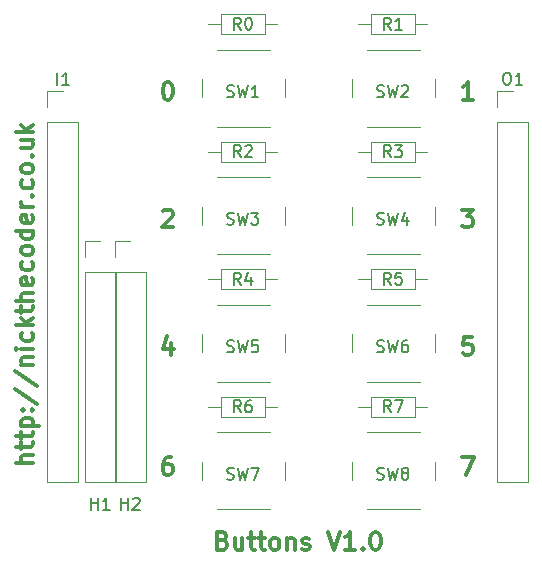
<source format=gbr>
G04 #@! TF.FileFunction,Legend,Top*
%FSLAX46Y46*%
G04 Gerber Fmt 4.6, Leading zero omitted, Abs format (unit mm)*
G04 Created by KiCad (PCBNEW 4.0.7+dfsg1-1~bpo9+1) date Mon Apr  2 19:59:58 2018*
%MOMM*%
%LPD*%
G01*
G04 APERTURE LIST*
%ADD10C,0.100000*%
%ADD11C,0.300000*%
%ADD12C,0.120000*%
%ADD13C,0.150000*%
G04 APERTURE END LIST*
D10*
D11*
X163965001Y-121733571D02*
X164965001Y-121733571D01*
X164322144Y-123233571D01*
X139350715Y-121733571D02*
X139065001Y-121733571D01*
X138922144Y-121805000D01*
X138850715Y-121876429D01*
X138707858Y-122090714D01*
X138636429Y-122376429D01*
X138636429Y-122947857D01*
X138707858Y-123090714D01*
X138779286Y-123162143D01*
X138922144Y-123233571D01*
X139207858Y-123233571D01*
X139350715Y-123162143D01*
X139422144Y-123090714D01*
X139493572Y-122947857D01*
X139493572Y-122590714D01*
X139422144Y-122447857D01*
X139350715Y-122376429D01*
X139207858Y-122305000D01*
X138922144Y-122305000D01*
X138779286Y-122376429D01*
X138707858Y-122447857D01*
X138636429Y-122590714D01*
X164822144Y-111573571D02*
X164107858Y-111573571D01*
X164036429Y-112287857D01*
X164107858Y-112216429D01*
X164250715Y-112145000D01*
X164607858Y-112145000D01*
X164750715Y-112216429D01*
X164822144Y-112287857D01*
X164893572Y-112430714D01*
X164893572Y-112787857D01*
X164822144Y-112930714D01*
X164750715Y-113002143D01*
X164607858Y-113073571D01*
X164250715Y-113073571D01*
X164107858Y-113002143D01*
X164036429Y-112930714D01*
X139350715Y-112073571D02*
X139350715Y-113073571D01*
X138993572Y-111502143D02*
X138636429Y-112573571D01*
X139565001Y-112573571D01*
X163965001Y-100778571D02*
X164893572Y-100778571D01*
X164393572Y-101350000D01*
X164607858Y-101350000D01*
X164750715Y-101421429D01*
X164822144Y-101492857D01*
X164893572Y-101635714D01*
X164893572Y-101992857D01*
X164822144Y-102135714D01*
X164750715Y-102207143D01*
X164607858Y-102278571D01*
X164179286Y-102278571D01*
X164036429Y-102207143D01*
X163965001Y-102135714D01*
X138636429Y-100921429D02*
X138707858Y-100850000D01*
X138850715Y-100778571D01*
X139207858Y-100778571D01*
X139350715Y-100850000D01*
X139422144Y-100921429D01*
X139493572Y-101064286D01*
X139493572Y-101207143D01*
X139422144Y-101421429D01*
X138565001Y-102278571D01*
X139493572Y-102278571D01*
X164893572Y-91483571D02*
X164036429Y-91483571D01*
X164465001Y-91483571D02*
X164465001Y-89983571D01*
X164322144Y-90197857D01*
X164179286Y-90340714D01*
X164036429Y-90412143D01*
X138993572Y-89983571D02*
X139136429Y-89983571D01*
X139279286Y-90055000D01*
X139350715Y-90126429D01*
X139422144Y-90269286D01*
X139493572Y-90555000D01*
X139493572Y-90912143D01*
X139422144Y-91197857D01*
X139350715Y-91340714D01*
X139279286Y-91412143D01*
X139136429Y-91483571D01*
X138993572Y-91483571D01*
X138850715Y-91412143D01*
X138779286Y-91340714D01*
X138707858Y-91197857D01*
X138636429Y-90912143D01*
X138636429Y-90555000D01*
X138707858Y-90269286D01*
X138779286Y-90126429D01*
X138850715Y-90055000D01*
X138993572Y-89983571D01*
X127678571Y-122200001D02*
X126178571Y-122200001D01*
X127678571Y-121557144D02*
X126892857Y-121557144D01*
X126750000Y-121628573D01*
X126678571Y-121771430D01*
X126678571Y-121985715D01*
X126750000Y-122128573D01*
X126821429Y-122200001D01*
X126678571Y-121057144D02*
X126678571Y-120485715D01*
X126178571Y-120842858D02*
X127464286Y-120842858D01*
X127607143Y-120771430D01*
X127678571Y-120628572D01*
X127678571Y-120485715D01*
X126678571Y-120200001D02*
X126678571Y-119628572D01*
X126178571Y-119985715D02*
X127464286Y-119985715D01*
X127607143Y-119914287D01*
X127678571Y-119771429D01*
X127678571Y-119628572D01*
X126678571Y-119128572D02*
X128178571Y-119128572D01*
X126750000Y-119128572D02*
X126678571Y-118985715D01*
X126678571Y-118700001D01*
X126750000Y-118557144D01*
X126821429Y-118485715D01*
X126964286Y-118414286D01*
X127392857Y-118414286D01*
X127535714Y-118485715D01*
X127607143Y-118557144D01*
X127678571Y-118700001D01*
X127678571Y-118985715D01*
X127607143Y-119128572D01*
X127535714Y-117771429D02*
X127607143Y-117700001D01*
X127678571Y-117771429D01*
X127607143Y-117842858D01*
X127535714Y-117771429D01*
X127678571Y-117771429D01*
X126750000Y-117771429D02*
X126821429Y-117700001D01*
X126892857Y-117771429D01*
X126821429Y-117842858D01*
X126750000Y-117771429D01*
X126892857Y-117771429D01*
X126107143Y-115985715D02*
X128035714Y-117271429D01*
X126107143Y-114414286D02*
X128035714Y-115700000D01*
X126678571Y-113914285D02*
X127678571Y-113914285D01*
X126821429Y-113914285D02*
X126750000Y-113842857D01*
X126678571Y-113699999D01*
X126678571Y-113485714D01*
X126750000Y-113342857D01*
X126892857Y-113271428D01*
X127678571Y-113271428D01*
X127678571Y-112557142D02*
X126678571Y-112557142D01*
X126178571Y-112557142D02*
X126250000Y-112628571D01*
X126321429Y-112557142D01*
X126250000Y-112485714D01*
X126178571Y-112557142D01*
X126321429Y-112557142D01*
X127607143Y-111199999D02*
X127678571Y-111342856D01*
X127678571Y-111628570D01*
X127607143Y-111771428D01*
X127535714Y-111842856D01*
X127392857Y-111914285D01*
X126964286Y-111914285D01*
X126821429Y-111842856D01*
X126750000Y-111771428D01*
X126678571Y-111628570D01*
X126678571Y-111342856D01*
X126750000Y-111199999D01*
X127678571Y-110557142D02*
X126178571Y-110557142D01*
X127107143Y-110414285D02*
X127678571Y-109985714D01*
X126678571Y-109985714D02*
X127250000Y-110557142D01*
X126678571Y-109557142D02*
X126678571Y-108985713D01*
X126178571Y-109342856D02*
X127464286Y-109342856D01*
X127607143Y-109271428D01*
X127678571Y-109128570D01*
X127678571Y-108985713D01*
X127678571Y-108485713D02*
X126178571Y-108485713D01*
X127678571Y-107842856D02*
X126892857Y-107842856D01*
X126750000Y-107914285D01*
X126678571Y-108057142D01*
X126678571Y-108271427D01*
X126750000Y-108414285D01*
X126821429Y-108485713D01*
X127607143Y-106557142D02*
X127678571Y-106699999D01*
X127678571Y-106985713D01*
X127607143Y-107128570D01*
X127464286Y-107199999D01*
X126892857Y-107199999D01*
X126750000Y-107128570D01*
X126678571Y-106985713D01*
X126678571Y-106699999D01*
X126750000Y-106557142D01*
X126892857Y-106485713D01*
X127035714Y-106485713D01*
X127178571Y-107199999D01*
X127607143Y-105199999D02*
X127678571Y-105342856D01*
X127678571Y-105628570D01*
X127607143Y-105771428D01*
X127535714Y-105842856D01*
X127392857Y-105914285D01*
X126964286Y-105914285D01*
X126821429Y-105842856D01*
X126750000Y-105771428D01*
X126678571Y-105628570D01*
X126678571Y-105342856D01*
X126750000Y-105199999D01*
X127678571Y-104342856D02*
X127607143Y-104485714D01*
X127535714Y-104557142D01*
X127392857Y-104628571D01*
X126964286Y-104628571D01*
X126821429Y-104557142D01*
X126750000Y-104485714D01*
X126678571Y-104342856D01*
X126678571Y-104128571D01*
X126750000Y-103985714D01*
X126821429Y-103914285D01*
X126964286Y-103842856D01*
X127392857Y-103842856D01*
X127535714Y-103914285D01*
X127607143Y-103985714D01*
X127678571Y-104128571D01*
X127678571Y-104342856D01*
X127678571Y-102557142D02*
X126178571Y-102557142D01*
X127607143Y-102557142D02*
X127678571Y-102699999D01*
X127678571Y-102985713D01*
X127607143Y-103128571D01*
X127535714Y-103199999D01*
X127392857Y-103271428D01*
X126964286Y-103271428D01*
X126821429Y-103199999D01*
X126750000Y-103128571D01*
X126678571Y-102985713D01*
X126678571Y-102699999D01*
X126750000Y-102557142D01*
X127607143Y-101271428D02*
X127678571Y-101414285D01*
X127678571Y-101699999D01*
X127607143Y-101842856D01*
X127464286Y-101914285D01*
X126892857Y-101914285D01*
X126750000Y-101842856D01*
X126678571Y-101699999D01*
X126678571Y-101414285D01*
X126750000Y-101271428D01*
X126892857Y-101199999D01*
X127035714Y-101199999D01*
X127178571Y-101914285D01*
X127678571Y-100557142D02*
X126678571Y-100557142D01*
X126964286Y-100557142D02*
X126821429Y-100485714D01*
X126750000Y-100414285D01*
X126678571Y-100271428D01*
X126678571Y-100128571D01*
X127535714Y-99628571D02*
X127607143Y-99557143D01*
X127678571Y-99628571D01*
X127607143Y-99700000D01*
X127535714Y-99628571D01*
X127678571Y-99628571D01*
X127607143Y-98271428D02*
X127678571Y-98414285D01*
X127678571Y-98699999D01*
X127607143Y-98842857D01*
X127535714Y-98914285D01*
X127392857Y-98985714D01*
X126964286Y-98985714D01*
X126821429Y-98914285D01*
X126750000Y-98842857D01*
X126678571Y-98699999D01*
X126678571Y-98414285D01*
X126750000Y-98271428D01*
X127678571Y-97414285D02*
X127607143Y-97557143D01*
X127535714Y-97628571D01*
X127392857Y-97700000D01*
X126964286Y-97700000D01*
X126821429Y-97628571D01*
X126750000Y-97557143D01*
X126678571Y-97414285D01*
X126678571Y-97200000D01*
X126750000Y-97057143D01*
X126821429Y-96985714D01*
X126964286Y-96914285D01*
X127392857Y-96914285D01*
X127535714Y-96985714D01*
X127607143Y-97057143D01*
X127678571Y-97200000D01*
X127678571Y-97414285D01*
X127535714Y-96271428D02*
X127607143Y-96200000D01*
X127678571Y-96271428D01*
X127607143Y-96342857D01*
X127535714Y-96271428D01*
X127678571Y-96271428D01*
X126678571Y-94914285D02*
X127678571Y-94914285D01*
X126678571Y-95557142D02*
X127464286Y-95557142D01*
X127607143Y-95485714D01*
X127678571Y-95342856D01*
X127678571Y-95128571D01*
X127607143Y-94985714D01*
X127535714Y-94914285D01*
X127678571Y-94199999D02*
X126178571Y-94199999D01*
X127107143Y-94057142D02*
X127678571Y-93628571D01*
X126678571Y-93628571D02*
X127250000Y-94199999D01*
X143732143Y-128797857D02*
X143946429Y-128869286D01*
X144017857Y-128940714D01*
X144089286Y-129083571D01*
X144089286Y-129297857D01*
X144017857Y-129440714D01*
X143946429Y-129512143D01*
X143803571Y-129583571D01*
X143232143Y-129583571D01*
X143232143Y-128083571D01*
X143732143Y-128083571D01*
X143875000Y-128155000D01*
X143946429Y-128226429D01*
X144017857Y-128369286D01*
X144017857Y-128512143D01*
X143946429Y-128655000D01*
X143875000Y-128726429D01*
X143732143Y-128797857D01*
X143232143Y-128797857D01*
X145375000Y-128583571D02*
X145375000Y-129583571D01*
X144732143Y-128583571D02*
X144732143Y-129369286D01*
X144803571Y-129512143D01*
X144946429Y-129583571D01*
X145160714Y-129583571D01*
X145303571Y-129512143D01*
X145375000Y-129440714D01*
X145875000Y-128583571D02*
X146446429Y-128583571D01*
X146089286Y-128083571D02*
X146089286Y-129369286D01*
X146160714Y-129512143D01*
X146303572Y-129583571D01*
X146446429Y-129583571D01*
X146732143Y-128583571D02*
X147303572Y-128583571D01*
X146946429Y-128083571D02*
X146946429Y-129369286D01*
X147017857Y-129512143D01*
X147160715Y-129583571D01*
X147303572Y-129583571D01*
X148017858Y-129583571D02*
X147875000Y-129512143D01*
X147803572Y-129440714D01*
X147732143Y-129297857D01*
X147732143Y-128869286D01*
X147803572Y-128726429D01*
X147875000Y-128655000D01*
X148017858Y-128583571D01*
X148232143Y-128583571D01*
X148375000Y-128655000D01*
X148446429Y-128726429D01*
X148517858Y-128869286D01*
X148517858Y-129297857D01*
X148446429Y-129440714D01*
X148375000Y-129512143D01*
X148232143Y-129583571D01*
X148017858Y-129583571D01*
X149160715Y-128583571D02*
X149160715Y-129583571D01*
X149160715Y-128726429D02*
X149232143Y-128655000D01*
X149375001Y-128583571D01*
X149589286Y-128583571D01*
X149732143Y-128655000D01*
X149803572Y-128797857D01*
X149803572Y-129583571D01*
X150446429Y-129512143D02*
X150589286Y-129583571D01*
X150875001Y-129583571D01*
X151017858Y-129512143D01*
X151089286Y-129369286D01*
X151089286Y-129297857D01*
X151017858Y-129155000D01*
X150875001Y-129083571D01*
X150660715Y-129083571D01*
X150517858Y-129012143D01*
X150446429Y-128869286D01*
X150446429Y-128797857D01*
X150517858Y-128655000D01*
X150660715Y-128583571D01*
X150875001Y-128583571D01*
X151017858Y-128655000D01*
X152660715Y-128083571D02*
X153160715Y-129583571D01*
X153660715Y-128083571D01*
X154946429Y-129583571D02*
X154089286Y-129583571D01*
X154517858Y-129583571D02*
X154517858Y-128083571D01*
X154375001Y-128297857D01*
X154232143Y-128440714D01*
X154089286Y-128512143D01*
X155589286Y-129440714D02*
X155660714Y-129512143D01*
X155589286Y-129583571D01*
X155517857Y-129512143D01*
X155589286Y-129440714D01*
X155589286Y-129583571D01*
X156589286Y-128083571D02*
X156732143Y-128083571D01*
X156875000Y-128155000D01*
X156946429Y-128226429D01*
X157017858Y-128369286D01*
X157089286Y-128655000D01*
X157089286Y-129012143D01*
X157017858Y-129297857D01*
X156946429Y-129440714D01*
X156875000Y-129512143D01*
X156732143Y-129583571D01*
X156589286Y-129583571D01*
X156446429Y-129512143D01*
X156375000Y-129440714D01*
X156303572Y-129297857D01*
X156232143Y-129012143D01*
X156232143Y-128655000D01*
X156303572Y-128369286D01*
X156375000Y-128226429D01*
X156446429Y-128155000D01*
X156589286Y-128083571D01*
D12*
X166945000Y-93345000D02*
X166945000Y-123885000D01*
X166945000Y-123885000D02*
X169605000Y-123885000D01*
X169605000Y-123885000D02*
X169605000Y-93345000D01*
X169605000Y-93345000D02*
X166945000Y-93345000D01*
X166945000Y-92075000D02*
X166945000Y-90745000D01*
X166945000Y-90745000D02*
X168275000Y-90745000D01*
X128845000Y-123885000D02*
X131505000Y-123885000D01*
X128845000Y-93345000D02*
X128845000Y-123885000D01*
X131505000Y-93345000D02*
X131505000Y-123885000D01*
X128845000Y-93345000D02*
X131505000Y-93345000D01*
X128845000Y-92075000D02*
X128845000Y-90745000D01*
X128845000Y-90745000D02*
X130175000Y-90745000D01*
X132020000Y-123885000D02*
X134680000Y-123885000D01*
X132020000Y-106045000D02*
X132020000Y-123885000D01*
X134680000Y-106045000D02*
X134680000Y-123885000D01*
X132020000Y-106045000D02*
X134680000Y-106045000D01*
X132020000Y-104775000D02*
X132020000Y-103445000D01*
X132020000Y-103445000D02*
X133350000Y-103445000D01*
X134560000Y-123885000D02*
X137220000Y-123885000D01*
X134560000Y-106045000D02*
X134560000Y-123885000D01*
X137220000Y-106045000D02*
X137220000Y-123885000D01*
X134560000Y-106045000D02*
X137220000Y-106045000D01*
X134560000Y-104775000D02*
X134560000Y-103445000D01*
X134560000Y-103445000D02*
X135890000Y-103445000D01*
X147275000Y-85950000D02*
X147275000Y-84230000D01*
X147275000Y-84230000D02*
X143555000Y-84230000D01*
X143555000Y-84230000D02*
X143555000Y-85950000D01*
X143555000Y-85950000D02*
X147275000Y-85950000D01*
X148345000Y-85090000D02*
X147275000Y-85090000D01*
X142485000Y-85090000D02*
X143555000Y-85090000D01*
X156255000Y-84230000D02*
X156255000Y-85950000D01*
X156255000Y-85950000D02*
X159975000Y-85950000D01*
X159975000Y-85950000D02*
X159975000Y-84230000D01*
X159975000Y-84230000D02*
X156255000Y-84230000D01*
X155185000Y-85090000D02*
X156255000Y-85090000D01*
X161045000Y-85090000D02*
X159975000Y-85090000D01*
X147275000Y-96745000D02*
X147275000Y-95025000D01*
X147275000Y-95025000D02*
X143555000Y-95025000D01*
X143555000Y-95025000D02*
X143555000Y-96745000D01*
X143555000Y-96745000D02*
X147275000Y-96745000D01*
X148345000Y-95885000D02*
X147275000Y-95885000D01*
X142485000Y-95885000D02*
X143555000Y-95885000D01*
X156255000Y-95025000D02*
X156255000Y-96745000D01*
X156255000Y-96745000D02*
X159975000Y-96745000D01*
X159975000Y-96745000D02*
X159975000Y-95025000D01*
X159975000Y-95025000D02*
X156255000Y-95025000D01*
X155185000Y-95885000D02*
X156255000Y-95885000D01*
X161045000Y-95885000D02*
X159975000Y-95885000D01*
X147275000Y-107540000D02*
X147275000Y-105820000D01*
X147275000Y-105820000D02*
X143555000Y-105820000D01*
X143555000Y-105820000D02*
X143555000Y-107540000D01*
X143555000Y-107540000D02*
X147275000Y-107540000D01*
X148345000Y-106680000D02*
X147275000Y-106680000D01*
X142485000Y-106680000D02*
X143555000Y-106680000D01*
X156255000Y-105820000D02*
X156255000Y-107540000D01*
X156255000Y-107540000D02*
X159975000Y-107540000D01*
X159975000Y-107540000D02*
X159975000Y-105820000D01*
X159975000Y-105820000D02*
X156255000Y-105820000D01*
X155185000Y-106680000D02*
X156255000Y-106680000D01*
X161045000Y-106680000D02*
X159975000Y-106680000D01*
X147275000Y-118335000D02*
X147275000Y-116615000D01*
X147275000Y-116615000D02*
X143555000Y-116615000D01*
X143555000Y-116615000D02*
X143555000Y-118335000D01*
X143555000Y-118335000D02*
X147275000Y-118335000D01*
X148345000Y-117475000D02*
X147275000Y-117475000D01*
X142485000Y-117475000D02*
X143555000Y-117475000D01*
X156255000Y-116615000D02*
X156255000Y-118335000D01*
X156255000Y-118335000D02*
X159975000Y-118335000D01*
X159975000Y-118335000D02*
X159975000Y-116615000D01*
X159975000Y-116615000D02*
X156255000Y-116615000D01*
X155185000Y-117475000D02*
X156255000Y-117475000D01*
X161045000Y-117475000D02*
X159975000Y-117475000D01*
X143240000Y-93765000D02*
X147740000Y-93765000D01*
X141990000Y-89765000D02*
X141990000Y-91265000D01*
X147740000Y-87265000D02*
X143240000Y-87265000D01*
X148990000Y-91265000D02*
X148990000Y-89765000D01*
X155940000Y-93765000D02*
X160440000Y-93765000D01*
X154690000Y-89765000D02*
X154690000Y-91265000D01*
X160440000Y-87265000D02*
X155940000Y-87265000D01*
X161690000Y-91265000D02*
X161690000Y-89765000D01*
X143240000Y-104560000D02*
X147740000Y-104560000D01*
X141990000Y-100560000D02*
X141990000Y-102060000D01*
X147740000Y-98060000D02*
X143240000Y-98060000D01*
X148990000Y-102060000D02*
X148990000Y-100560000D01*
X155940000Y-104560000D02*
X160440000Y-104560000D01*
X154690000Y-100560000D02*
X154690000Y-102060000D01*
X160440000Y-98060000D02*
X155940000Y-98060000D01*
X161690000Y-102060000D02*
X161690000Y-100560000D01*
X143240000Y-115355000D02*
X147740000Y-115355000D01*
X141990000Y-111355000D02*
X141990000Y-112855000D01*
X147740000Y-108855000D02*
X143240000Y-108855000D01*
X148990000Y-112855000D02*
X148990000Y-111355000D01*
X155940000Y-115355000D02*
X160440000Y-115355000D01*
X154690000Y-111355000D02*
X154690000Y-112855000D01*
X160440000Y-108855000D02*
X155940000Y-108855000D01*
X161690000Y-112855000D02*
X161690000Y-111355000D01*
X143240000Y-126150000D02*
X147740000Y-126150000D01*
X141990000Y-122150000D02*
X141990000Y-123650000D01*
X147740000Y-119650000D02*
X143240000Y-119650000D01*
X148990000Y-123650000D02*
X148990000Y-122150000D01*
X155940000Y-126150000D02*
X160440000Y-126150000D01*
X154690000Y-122150000D02*
X154690000Y-123650000D01*
X160440000Y-119650000D02*
X155940000Y-119650000D01*
X161690000Y-123650000D02*
X161690000Y-122150000D01*
D13*
X167703571Y-89197381D02*
X167894048Y-89197381D01*
X167989286Y-89245000D01*
X168084524Y-89340238D01*
X168132143Y-89530714D01*
X168132143Y-89864048D01*
X168084524Y-90054524D01*
X167989286Y-90149762D01*
X167894048Y-90197381D01*
X167703571Y-90197381D01*
X167608333Y-90149762D01*
X167513095Y-90054524D01*
X167465476Y-89864048D01*
X167465476Y-89530714D01*
X167513095Y-89340238D01*
X167608333Y-89245000D01*
X167703571Y-89197381D01*
X169084524Y-90197381D02*
X168513095Y-90197381D01*
X168798809Y-90197381D02*
X168798809Y-89197381D01*
X168703571Y-89340238D01*
X168608333Y-89435476D01*
X168513095Y-89483095D01*
X129698810Y-90197381D02*
X129698810Y-89197381D01*
X130698810Y-90197381D02*
X130127381Y-90197381D01*
X130413095Y-90197381D02*
X130413095Y-89197381D01*
X130317857Y-89340238D01*
X130222619Y-89435476D01*
X130127381Y-89483095D01*
X132588095Y-126182381D02*
X132588095Y-125182381D01*
X132588095Y-125658571D02*
X133159524Y-125658571D01*
X133159524Y-126182381D02*
X133159524Y-125182381D01*
X134159524Y-126182381D02*
X133588095Y-126182381D01*
X133873809Y-126182381D02*
X133873809Y-125182381D01*
X133778571Y-125325238D01*
X133683333Y-125420476D01*
X133588095Y-125468095D01*
X135128095Y-126182381D02*
X135128095Y-125182381D01*
X135128095Y-125658571D02*
X135699524Y-125658571D01*
X135699524Y-126182381D02*
X135699524Y-125182381D01*
X136128095Y-125277619D02*
X136175714Y-125230000D01*
X136270952Y-125182381D01*
X136509048Y-125182381D01*
X136604286Y-125230000D01*
X136651905Y-125277619D01*
X136699524Y-125372857D01*
X136699524Y-125468095D01*
X136651905Y-125610952D01*
X136080476Y-126182381D01*
X136699524Y-126182381D01*
X145248334Y-85542381D02*
X144915000Y-85066190D01*
X144676905Y-85542381D02*
X144676905Y-84542381D01*
X145057858Y-84542381D01*
X145153096Y-84590000D01*
X145200715Y-84637619D01*
X145248334Y-84732857D01*
X145248334Y-84875714D01*
X145200715Y-84970952D01*
X145153096Y-85018571D01*
X145057858Y-85066190D01*
X144676905Y-85066190D01*
X145867381Y-84542381D02*
X145962620Y-84542381D01*
X146057858Y-84590000D01*
X146105477Y-84637619D01*
X146153096Y-84732857D01*
X146200715Y-84923333D01*
X146200715Y-85161429D01*
X146153096Y-85351905D01*
X146105477Y-85447143D01*
X146057858Y-85494762D01*
X145962620Y-85542381D01*
X145867381Y-85542381D01*
X145772143Y-85494762D01*
X145724524Y-85447143D01*
X145676905Y-85351905D01*
X145629286Y-85161429D01*
X145629286Y-84923333D01*
X145676905Y-84732857D01*
X145724524Y-84637619D01*
X145772143Y-84590000D01*
X145867381Y-84542381D01*
X157948334Y-85542381D02*
X157615000Y-85066190D01*
X157376905Y-85542381D02*
X157376905Y-84542381D01*
X157757858Y-84542381D01*
X157853096Y-84590000D01*
X157900715Y-84637619D01*
X157948334Y-84732857D01*
X157948334Y-84875714D01*
X157900715Y-84970952D01*
X157853096Y-85018571D01*
X157757858Y-85066190D01*
X157376905Y-85066190D01*
X158900715Y-85542381D02*
X158329286Y-85542381D01*
X158615000Y-85542381D02*
X158615000Y-84542381D01*
X158519762Y-84685238D01*
X158424524Y-84780476D01*
X158329286Y-84828095D01*
X145248334Y-96337381D02*
X144915000Y-95861190D01*
X144676905Y-96337381D02*
X144676905Y-95337381D01*
X145057858Y-95337381D01*
X145153096Y-95385000D01*
X145200715Y-95432619D01*
X145248334Y-95527857D01*
X145248334Y-95670714D01*
X145200715Y-95765952D01*
X145153096Y-95813571D01*
X145057858Y-95861190D01*
X144676905Y-95861190D01*
X145629286Y-95432619D02*
X145676905Y-95385000D01*
X145772143Y-95337381D01*
X146010239Y-95337381D01*
X146105477Y-95385000D01*
X146153096Y-95432619D01*
X146200715Y-95527857D01*
X146200715Y-95623095D01*
X146153096Y-95765952D01*
X145581667Y-96337381D01*
X146200715Y-96337381D01*
X157948334Y-96337381D02*
X157615000Y-95861190D01*
X157376905Y-96337381D02*
X157376905Y-95337381D01*
X157757858Y-95337381D01*
X157853096Y-95385000D01*
X157900715Y-95432619D01*
X157948334Y-95527857D01*
X157948334Y-95670714D01*
X157900715Y-95765952D01*
X157853096Y-95813571D01*
X157757858Y-95861190D01*
X157376905Y-95861190D01*
X158281667Y-95337381D02*
X158900715Y-95337381D01*
X158567381Y-95718333D01*
X158710239Y-95718333D01*
X158805477Y-95765952D01*
X158853096Y-95813571D01*
X158900715Y-95908810D01*
X158900715Y-96146905D01*
X158853096Y-96242143D01*
X158805477Y-96289762D01*
X158710239Y-96337381D01*
X158424524Y-96337381D01*
X158329286Y-96289762D01*
X158281667Y-96242143D01*
X145248334Y-107132381D02*
X144915000Y-106656190D01*
X144676905Y-107132381D02*
X144676905Y-106132381D01*
X145057858Y-106132381D01*
X145153096Y-106180000D01*
X145200715Y-106227619D01*
X145248334Y-106322857D01*
X145248334Y-106465714D01*
X145200715Y-106560952D01*
X145153096Y-106608571D01*
X145057858Y-106656190D01*
X144676905Y-106656190D01*
X146105477Y-106465714D02*
X146105477Y-107132381D01*
X145867381Y-106084762D02*
X145629286Y-106799048D01*
X146248334Y-106799048D01*
X157948334Y-107132381D02*
X157615000Y-106656190D01*
X157376905Y-107132381D02*
X157376905Y-106132381D01*
X157757858Y-106132381D01*
X157853096Y-106180000D01*
X157900715Y-106227619D01*
X157948334Y-106322857D01*
X157948334Y-106465714D01*
X157900715Y-106560952D01*
X157853096Y-106608571D01*
X157757858Y-106656190D01*
X157376905Y-106656190D01*
X158853096Y-106132381D02*
X158376905Y-106132381D01*
X158329286Y-106608571D01*
X158376905Y-106560952D01*
X158472143Y-106513333D01*
X158710239Y-106513333D01*
X158805477Y-106560952D01*
X158853096Y-106608571D01*
X158900715Y-106703810D01*
X158900715Y-106941905D01*
X158853096Y-107037143D01*
X158805477Y-107084762D01*
X158710239Y-107132381D01*
X158472143Y-107132381D01*
X158376905Y-107084762D01*
X158329286Y-107037143D01*
X145248334Y-117927381D02*
X144915000Y-117451190D01*
X144676905Y-117927381D02*
X144676905Y-116927381D01*
X145057858Y-116927381D01*
X145153096Y-116975000D01*
X145200715Y-117022619D01*
X145248334Y-117117857D01*
X145248334Y-117260714D01*
X145200715Y-117355952D01*
X145153096Y-117403571D01*
X145057858Y-117451190D01*
X144676905Y-117451190D01*
X146105477Y-116927381D02*
X145915000Y-116927381D01*
X145819762Y-116975000D01*
X145772143Y-117022619D01*
X145676905Y-117165476D01*
X145629286Y-117355952D01*
X145629286Y-117736905D01*
X145676905Y-117832143D01*
X145724524Y-117879762D01*
X145819762Y-117927381D01*
X146010239Y-117927381D01*
X146105477Y-117879762D01*
X146153096Y-117832143D01*
X146200715Y-117736905D01*
X146200715Y-117498810D01*
X146153096Y-117403571D01*
X146105477Y-117355952D01*
X146010239Y-117308333D01*
X145819762Y-117308333D01*
X145724524Y-117355952D01*
X145676905Y-117403571D01*
X145629286Y-117498810D01*
X157948334Y-117927381D02*
X157615000Y-117451190D01*
X157376905Y-117927381D02*
X157376905Y-116927381D01*
X157757858Y-116927381D01*
X157853096Y-116975000D01*
X157900715Y-117022619D01*
X157948334Y-117117857D01*
X157948334Y-117260714D01*
X157900715Y-117355952D01*
X157853096Y-117403571D01*
X157757858Y-117451190D01*
X157376905Y-117451190D01*
X158281667Y-116927381D02*
X158948334Y-116927381D01*
X158519762Y-117927381D01*
X144081667Y-91209762D02*
X144224524Y-91257381D01*
X144462620Y-91257381D01*
X144557858Y-91209762D01*
X144605477Y-91162143D01*
X144653096Y-91066905D01*
X144653096Y-90971667D01*
X144605477Y-90876429D01*
X144557858Y-90828810D01*
X144462620Y-90781190D01*
X144272143Y-90733571D01*
X144176905Y-90685952D01*
X144129286Y-90638333D01*
X144081667Y-90543095D01*
X144081667Y-90447857D01*
X144129286Y-90352619D01*
X144176905Y-90305000D01*
X144272143Y-90257381D01*
X144510239Y-90257381D01*
X144653096Y-90305000D01*
X144986429Y-90257381D02*
X145224524Y-91257381D01*
X145415001Y-90543095D01*
X145605477Y-91257381D01*
X145843572Y-90257381D01*
X146748334Y-91257381D02*
X146176905Y-91257381D01*
X146462619Y-91257381D02*
X146462619Y-90257381D01*
X146367381Y-90400238D01*
X146272143Y-90495476D01*
X146176905Y-90543095D01*
X156781667Y-91209762D02*
X156924524Y-91257381D01*
X157162620Y-91257381D01*
X157257858Y-91209762D01*
X157305477Y-91162143D01*
X157353096Y-91066905D01*
X157353096Y-90971667D01*
X157305477Y-90876429D01*
X157257858Y-90828810D01*
X157162620Y-90781190D01*
X156972143Y-90733571D01*
X156876905Y-90685952D01*
X156829286Y-90638333D01*
X156781667Y-90543095D01*
X156781667Y-90447857D01*
X156829286Y-90352619D01*
X156876905Y-90305000D01*
X156972143Y-90257381D01*
X157210239Y-90257381D01*
X157353096Y-90305000D01*
X157686429Y-90257381D02*
X157924524Y-91257381D01*
X158115001Y-90543095D01*
X158305477Y-91257381D01*
X158543572Y-90257381D01*
X158876905Y-90352619D02*
X158924524Y-90305000D01*
X159019762Y-90257381D01*
X159257858Y-90257381D01*
X159353096Y-90305000D01*
X159400715Y-90352619D01*
X159448334Y-90447857D01*
X159448334Y-90543095D01*
X159400715Y-90685952D01*
X158829286Y-91257381D01*
X159448334Y-91257381D01*
X144081667Y-102004762D02*
X144224524Y-102052381D01*
X144462620Y-102052381D01*
X144557858Y-102004762D01*
X144605477Y-101957143D01*
X144653096Y-101861905D01*
X144653096Y-101766667D01*
X144605477Y-101671429D01*
X144557858Y-101623810D01*
X144462620Y-101576190D01*
X144272143Y-101528571D01*
X144176905Y-101480952D01*
X144129286Y-101433333D01*
X144081667Y-101338095D01*
X144081667Y-101242857D01*
X144129286Y-101147619D01*
X144176905Y-101100000D01*
X144272143Y-101052381D01*
X144510239Y-101052381D01*
X144653096Y-101100000D01*
X144986429Y-101052381D02*
X145224524Y-102052381D01*
X145415001Y-101338095D01*
X145605477Y-102052381D01*
X145843572Y-101052381D01*
X146129286Y-101052381D02*
X146748334Y-101052381D01*
X146415000Y-101433333D01*
X146557858Y-101433333D01*
X146653096Y-101480952D01*
X146700715Y-101528571D01*
X146748334Y-101623810D01*
X146748334Y-101861905D01*
X146700715Y-101957143D01*
X146653096Y-102004762D01*
X146557858Y-102052381D01*
X146272143Y-102052381D01*
X146176905Y-102004762D01*
X146129286Y-101957143D01*
X156781667Y-102004762D02*
X156924524Y-102052381D01*
X157162620Y-102052381D01*
X157257858Y-102004762D01*
X157305477Y-101957143D01*
X157353096Y-101861905D01*
X157353096Y-101766667D01*
X157305477Y-101671429D01*
X157257858Y-101623810D01*
X157162620Y-101576190D01*
X156972143Y-101528571D01*
X156876905Y-101480952D01*
X156829286Y-101433333D01*
X156781667Y-101338095D01*
X156781667Y-101242857D01*
X156829286Y-101147619D01*
X156876905Y-101100000D01*
X156972143Y-101052381D01*
X157210239Y-101052381D01*
X157353096Y-101100000D01*
X157686429Y-101052381D02*
X157924524Y-102052381D01*
X158115001Y-101338095D01*
X158305477Y-102052381D01*
X158543572Y-101052381D01*
X159353096Y-101385714D02*
X159353096Y-102052381D01*
X159115000Y-101004762D02*
X158876905Y-101719048D01*
X159495953Y-101719048D01*
X144081667Y-112799762D02*
X144224524Y-112847381D01*
X144462620Y-112847381D01*
X144557858Y-112799762D01*
X144605477Y-112752143D01*
X144653096Y-112656905D01*
X144653096Y-112561667D01*
X144605477Y-112466429D01*
X144557858Y-112418810D01*
X144462620Y-112371190D01*
X144272143Y-112323571D01*
X144176905Y-112275952D01*
X144129286Y-112228333D01*
X144081667Y-112133095D01*
X144081667Y-112037857D01*
X144129286Y-111942619D01*
X144176905Y-111895000D01*
X144272143Y-111847381D01*
X144510239Y-111847381D01*
X144653096Y-111895000D01*
X144986429Y-111847381D02*
X145224524Y-112847381D01*
X145415001Y-112133095D01*
X145605477Y-112847381D01*
X145843572Y-111847381D01*
X146700715Y-111847381D02*
X146224524Y-111847381D01*
X146176905Y-112323571D01*
X146224524Y-112275952D01*
X146319762Y-112228333D01*
X146557858Y-112228333D01*
X146653096Y-112275952D01*
X146700715Y-112323571D01*
X146748334Y-112418810D01*
X146748334Y-112656905D01*
X146700715Y-112752143D01*
X146653096Y-112799762D01*
X146557858Y-112847381D01*
X146319762Y-112847381D01*
X146224524Y-112799762D01*
X146176905Y-112752143D01*
X156781667Y-112799762D02*
X156924524Y-112847381D01*
X157162620Y-112847381D01*
X157257858Y-112799762D01*
X157305477Y-112752143D01*
X157353096Y-112656905D01*
X157353096Y-112561667D01*
X157305477Y-112466429D01*
X157257858Y-112418810D01*
X157162620Y-112371190D01*
X156972143Y-112323571D01*
X156876905Y-112275952D01*
X156829286Y-112228333D01*
X156781667Y-112133095D01*
X156781667Y-112037857D01*
X156829286Y-111942619D01*
X156876905Y-111895000D01*
X156972143Y-111847381D01*
X157210239Y-111847381D01*
X157353096Y-111895000D01*
X157686429Y-111847381D02*
X157924524Y-112847381D01*
X158115001Y-112133095D01*
X158305477Y-112847381D01*
X158543572Y-111847381D01*
X159353096Y-111847381D02*
X159162619Y-111847381D01*
X159067381Y-111895000D01*
X159019762Y-111942619D01*
X158924524Y-112085476D01*
X158876905Y-112275952D01*
X158876905Y-112656905D01*
X158924524Y-112752143D01*
X158972143Y-112799762D01*
X159067381Y-112847381D01*
X159257858Y-112847381D01*
X159353096Y-112799762D01*
X159400715Y-112752143D01*
X159448334Y-112656905D01*
X159448334Y-112418810D01*
X159400715Y-112323571D01*
X159353096Y-112275952D01*
X159257858Y-112228333D01*
X159067381Y-112228333D01*
X158972143Y-112275952D01*
X158924524Y-112323571D01*
X158876905Y-112418810D01*
X144081667Y-123594762D02*
X144224524Y-123642381D01*
X144462620Y-123642381D01*
X144557858Y-123594762D01*
X144605477Y-123547143D01*
X144653096Y-123451905D01*
X144653096Y-123356667D01*
X144605477Y-123261429D01*
X144557858Y-123213810D01*
X144462620Y-123166190D01*
X144272143Y-123118571D01*
X144176905Y-123070952D01*
X144129286Y-123023333D01*
X144081667Y-122928095D01*
X144081667Y-122832857D01*
X144129286Y-122737619D01*
X144176905Y-122690000D01*
X144272143Y-122642381D01*
X144510239Y-122642381D01*
X144653096Y-122690000D01*
X144986429Y-122642381D02*
X145224524Y-123642381D01*
X145415001Y-122928095D01*
X145605477Y-123642381D01*
X145843572Y-122642381D01*
X146129286Y-122642381D02*
X146795953Y-122642381D01*
X146367381Y-123642381D01*
X156781667Y-123594762D02*
X156924524Y-123642381D01*
X157162620Y-123642381D01*
X157257858Y-123594762D01*
X157305477Y-123547143D01*
X157353096Y-123451905D01*
X157353096Y-123356667D01*
X157305477Y-123261429D01*
X157257858Y-123213810D01*
X157162620Y-123166190D01*
X156972143Y-123118571D01*
X156876905Y-123070952D01*
X156829286Y-123023333D01*
X156781667Y-122928095D01*
X156781667Y-122832857D01*
X156829286Y-122737619D01*
X156876905Y-122690000D01*
X156972143Y-122642381D01*
X157210239Y-122642381D01*
X157353096Y-122690000D01*
X157686429Y-122642381D02*
X157924524Y-123642381D01*
X158115001Y-122928095D01*
X158305477Y-123642381D01*
X158543572Y-122642381D01*
X159067381Y-123070952D02*
X158972143Y-123023333D01*
X158924524Y-122975714D01*
X158876905Y-122880476D01*
X158876905Y-122832857D01*
X158924524Y-122737619D01*
X158972143Y-122690000D01*
X159067381Y-122642381D01*
X159257858Y-122642381D01*
X159353096Y-122690000D01*
X159400715Y-122737619D01*
X159448334Y-122832857D01*
X159448334Y-122880476D01*
X159400715Y-122975714D01*
X159353096Y-123023333D01*
X159257858Y-123070952D01*
X159067381Y-123070952D01*
X158972143Y-123118571D01*
X158924524Y-123166190D01*
X158876905Y-123261429D01*
X158876905Y-123451905D01*
X158924524Y-123547143D01*
X158972143Y-123594762D01*
X159067381Y-123642381D01*
X159257858Y-123642381D01*
X159353096Y-123594762D01*
X159400715Y-123547143D01*
X159448334Y-123451905D01*
X159448334Y-123261429D01*
X159400715Y-123166190D01*
X159353096Y-123118571D01*
X159257858Y-123070952D01*
M02*

</source>
